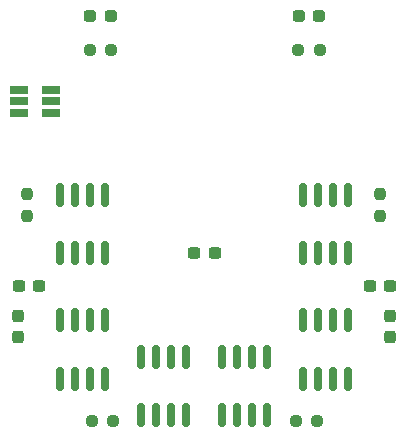
<source format=gbr>
%TF.GenerationSoftware,KiCad,Pcbnew,7.0.7*%
%TF.CreationDate,2023-11-05T22:28:57-06:00*%
%TF.ProjectId,BrushedMOCO_Breakout,42727573-6865-4644-9d4f-434f5f427265,rev?*%
%TF.SameCoordinates,Original*%
%TF.FileFunction,Paste,Top*%
%TF.FilePolarity,Positive*%
%FSLAX46Y46*%
G04 Gerber Fmt 4.6, Leading zero omitted, Abs format (unit mm)*
G04 Created by KiCad (PCBNEW 7.0.7) date 2023-11-05 22:28:57*
%MOMM*%
%LPD*%
G01*
G04 APERTURE LIST*
G04 Aperture macros list*
%AMRoundRect*
0 Rectangle with rounded corners*
0 $1 Rounding radius*
0 $2 $3 $4 $5 $6 $7 $8 $9 X,Y pos of 4 corners*
0 Add a 4 corners polygon primitive as box body*
4,1,4,$2,$3,$4,$5,$6,$7,$8,$9,$2,$3,0*
0 Add four circle primitives for the rounded corners*
1,1,$1+$1,$2,$3*
1,1,$1+$1,$4,$5*
1,1,$1+$1,$6,$7*
1,1,$1+$1,$8,$9*
0 Add four rect primitives between the rounded corners*
20,1,$1+$1,$2,$3,$4,$5,0*
20,1,$1+$1,$4,$5,$6,$7,0*
20,1,$1+$1,$6,$7,$8,$9,0*
20,1,$1+$1,$8,$9,$2,$3,0*%
G04 Aperture macros list end*
%ADD10RoundRect,0.150000X0.150000X-0.825000X0.150000X0.825000X-0.150000X0.825000X-0.150000X-0.825000X0*%
%ADD11RoundRect,0.237500X0.237500X-0.250000X0.237500X0.250000X-0.237500X0.250000X-0.237500X-0.250000X0*%
%ADD12R,1.560000X0.650000*%
%ADD13RoundRect,0.237500X0.250000X0.237500X-0.250000X0.237500X-0.250000X-0.237500X0.250000X-0.237500X0*%
%ADD14RoundRect,0.237500X-0.237500X0.287500X-0.237500X-0.287500X0.237500X-0.287500X0.237500X0.287500X0*%
%ADD15RoundRect,0.237500X-0.250000X-0.237500X0.250000X-0.237500X0.250000X0.237500X-0.250000X0.237500X0*%
%ADD16RoundRect,0.150000X-0.150000X0.825000X-0.150000X-0.825000X0.150000X-0.825000X0.150000X0.825000X0*%
%ADD17RoundRect,0.237500X0.287500X0.237500X-0.287500X0.237500X-0.287500X-0.237500X0.287500X-0.237500X0*%
%ADD18RoundRect,0.237500X0.300000X0.237500X-0.300000X0.237500X-0.300000X-0.237500X0.300000X-0.237500X0*%
%ADD19RoundRect,0.237500X-0.300000X-0.237500X0.300000X-0.237500X0.300000X0.237500X-0.300000X0.237500X0*%
G04 APERTURE END LIST*
D10*
%TO.C,U3*%
X116205000Y-114808000D03*
X117475000Y-114808000D03*
X118745000Y-114808000D03*
X120015000Y-114808000D03*
X120015000Y-109858000D03*
X118745000Y-109858000D03*
X117475000Y-109858000D03*
X116205000Y-109858000D03*
%TD*%
D11*
%TO.C,R5*%
X106553000Y-97940500D03*
X106553000Y-96115500D03*
%TD*%
D12*
%TO.C,U1*%
X108538000Y-89215000D03*
X108538000Y-88265000D03*
X108538000Y-87315000D03*
X105838000Y-87315000D03*
X105838000Y-88265000D03*
X105838000Y-89215000D03*
%TD*%
D13*
%TO.C,R1*%
X113665000Y-83947000D03*
X111840000Y-83947000D03*
%TD*%
D14*
%TO.C,D2*%
X137287000Y-106426000D03*
X137287000Y-108176000D03*
%TD*%
D15*
%TO.C,R2*%
X129286000Y-115316000D03*
X131111000Y-115316000D03*
%TD*%
D16*
%TO.C,Q2*%
X133731000Y-96142000D03*
X132461000Y-96142000D03*
X131191000Y-96142000D03*
X129921000Y-96142000D03*
X129921000Y-101092000D03*
X131191000Y-101092000D03*
X132461000Y-101092000D03*
X133731000Y-101092000D03*
%TD*%
D17*
%TO.C,D1*%
X113627500Y-81026000D03*
X111877500Y-81026000D03*
%TD*%
D13*
%TO.C,R6*%
X131318000Y-83947000D03*
X129493000Y-83947000D03*
%TD*%
D18*
%TO.C,C3*%
X122401500Y-101092000D03*
X120676500Y-101092000D03*
%TD*%
D13*
%TO.C,R4*%
X113839000Y-115316000D03*
X112014000Y-115316000D03*
%TD*%
D16*
%TO.C,Q1*%
X133731000Y-106807000D03*
X132461000Y-106807000D03*
X131191000Y-106807000D03*
X129921000Y-106807000D03*
X129921000Y-111757000D03*
X131191000Y-111757000D03*
X132461000Y-111757000D03*
X133731000Y-111757000D03*
%TD*%
D14*
%TO.C,D3*%
X105791000Y-106426000D03*
X105791000Y-108176000D03*
%TD*%
D11*
%TO.C,R3*%
X136398000Y-97940500D03*
X136398000Y-96115500D03*
%TD*%
D10*
%TO.C,U2*%
X123063000Y-114808000D03*
X124333000Y-114808000D03*
X125603000Y-114808000D03*
X126873000Y-114808000D03*
X126873000Y-109858000D03*
X125603000Y-109858000D03*
X124333000Y-109858000D03*
X123063000Y-109858000D03*
%TD*%
D17*
%TO.C,D4*%
X131280500Y-81026000D03*
X129530500Y-81026000D03*
%TD*%
D16*
%TO.C,Q4*%
X113157000Y-96142000D03*
X111887000Y-96142000D03*
X110617000Y-96142000D03*
X109347000Y-96142000D03*
X109347000Y-101092000D03*
X110617000Y-101092000D03*
X111887000Y-101092000D03*
X113157000Y-101092000D03*
%TD*%
D19*
%TO.C,C4*%
X105817500Y-103886000D03*
X107542500Y-103886000D03*
%TD*%
D16*
%TO.C,Q3*%
X113157000Y-106807000D03*
X111887000Y-106807000D03*
X110617000Y-106807000D03*
X109347000Y-106807000D03*
X109347000Y-111757000D03*
X110617000Y-111757000D03*
X111887000Y-111757000D03*
X113157000Y-111757000D03*
%TD*%
D18*
%TO.C,C2*%
X137287000Y-103886000D03*
X135562000Y-103886000D03*
%TD*%
M02*

</source>
